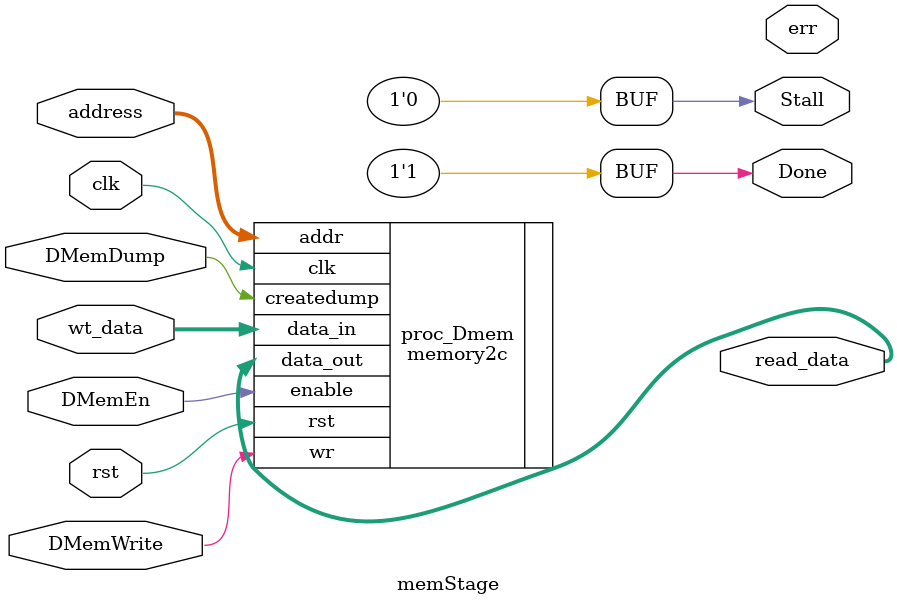
<source format=v>
module memStage(//Inputs
	        input clk,
          	input rst, 
		input DMemDump,
		input DMemWrite,
	       	input DMemEn,   //Inputs coming from control signal
                input [15:0] address,
	       	input [15:0] wt_data,
 
		//Outputs
                output Stall,
                output Done,
                output err, 
                output [15:0] read_data //Read_data is the data from d-mem, alu_out is result from execute stage (will be chosen in WB stage)
                );

// Cache DMem wires //
wire CacheHit;

// Unaligned DMem //

memory2c proc_Dmem(//Outputs
                   .data_out(read_data),

                   //Inputs
            	   .data_in(wt_data),
		   .addr(address),
		   .enable(DMemEn),
		   .wr(DMemWrite),
		   .createdump(DMemDump),
		   .clk(clk), 
		   .rst(rst)); //data mem

assign Stall = 1'b0;
assign Done  = 1'b1;


// Aligned DMem //
/*
memory2c_align aligned_Dmem(//Outputs
	                    .data_out(read_data), 
	                    .err(err),

			    //Inputs
		            .data_in(wt_data),
			    .addr(address),
			    .enable(DMemEn),
			    .wr(DMemWrite), 
			    .createdump(DMemDump), 
			    .clk(clk), 
			    .rst(rst) 
			   );

*/

//Cache memory//
/*
mem_system cache_Dmem(//Outputs
                      .DataOut(read_data),
                      .Done(Done),
                      .Stall(Stall),
                      .CacheHit(CacheHit),
                      .err(err),

                      //Inputs
                      .Addr(address),
                      .DataIn(wt_data),
                      .Rd(DMemEn),
                      .Wr(DMemWrite),
                      .createdump(DMemDump),
                      .clk(clk),
                      .rst(rst)
                     );

*/
endmodule
//////////////////////////////////////////////////////////////////////////////////////////////////////////////////////////////////////////////////////////////////



</source>
